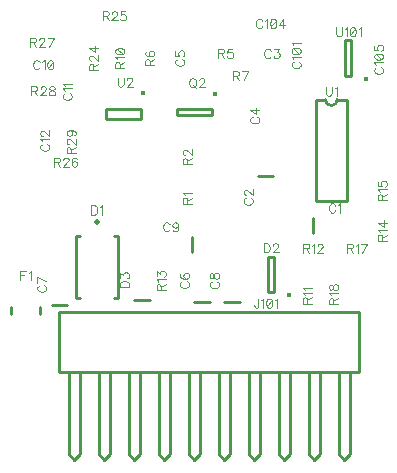
<source format=gbr>
%TF.GenerationSoftware,Novarm,DipTrace,3.0.0.2*%
%TF.CreationDate,2017-04-09T13:10:15+02:00*%
%FSLAX26Y26*%
%MOIN*%
%TF.FileFunction,Legend,Top*%
%TF.Part,Single*%
%ADD10C,0.009843*%
%ADD22C,0.019679*%
%ADD24C,0.015422*%
%ADD29C,0.015404*%
%ADD34C,0.015401*%
%ADD78C,0.004632*%
G75*
G01*
%LPD*%
X1565156Y893445D2*
D10*
Y944587D1*
X1380945Y1085375D2*
X1432087D1*
X1219587Y665156D2*
X1168445D1*
X744587Y652656D2*
X693445D1*
X1319587Y665156D2*
X1268445D1*
X1160375Y882087D2*
Y830945D1*
X902088Y676091D2*
X913898D1*
X902088Y884777D2*
X913898D1*
D22*
X844016Y932003D3*
X785944Y676091D2*
D10*
X774134D1*
X913898Y884777D2*
Y676091D1*
X785944Y884777D2*
X774134D1*
Y676091D1*
D24*
X1483725Y688167D3*
X1433583Y697368D2*
D10*
Y815472D1*
X1413898D1*
Y697368D1*
X1433583D1*
X1019587Y669135D2*
X968445D1*
X557299Y624854D2*
Y648413D1*
X655732Y624854D2*
Y648413D1*
X719004Y631516D2*
X1719055D1*
Y431518D1*
X719004D1*
Y631516D1*
X750346Y431518D2*
X750202Y156540D1*
X787725Y431518D2*
Y156540D1*
X750202D2*
X769036Y136594D1*
X787725Y156540D2*
X769036Y136594D1*
X850265Y431518D2*
Y156540D1*
X887644Y431518D2*
Y156540D1*
X850265D2*
X868954Y136594D1*
X887644Y156540D2*
X868954Y136594D1*
X950183Y431518D2*
Y156540D1*
X987707Y431518D2*
Y156540D1*
X950183D2*
X969017Y136594D1*
X987707Y156540D2*
X969017Y136594D1*
X1050246Y431518D2*
Y156540D1*
X1087769Y431518D2*
Y156540D1*
X1050246D2*
X1069080Y136594D1*
X1087769Y156540D2*
X1069080Y136594D1*
X1150309Y431518D2*
X1150165Y156540D1*
X1187688Y431518D2*
Y156540D1*
X1150165D2*
X1168998Y136594D1*
X1187688Y156540D2*
X1168998Y136594D1*
X1250371Y431518D2*
X1250227Y156540D1*
X1287751Y431518D2*
Y156540D1*
X1250227D2*
X1269061Y136594D1*
X1287751Y156540D2*
X1269061Y136594D1*
X1350146Y431518D2*
Y156540D1*
X1387670Y431518D2*
Y156540D1*
X1350146D2*
X1368980Y136594D1*
X1387670Y156540D2*
X1368980Y136594D1*
X1450209Y431518D2*
Y156540D1*
X1487732Y431518D2*
Y156540D1*
X1450209D2*
X1469042Y136594D1*
X1487732Y156540D2*
X1469042Y136594D1*
X1550271Y431518D2*
Y156540D1*
X1587651Y431518D2*
Y156540D1*
X1550271D2*
X1568961Y136594D1*
X1587651Y156540D2*
X1568961Y136594D1*
X1650190Y431518D2*
Y156540D1*
X1687714Y431518D2*
Y156540D1*
X1650190D2*
X1669024Y136594D1*
X1687714Y156540D2*
X1669024Y136594D1*
D29*
X1237365Y1358725D3*
X1228164Y1308583D2*
D10*
X1110059D1*
Y1288898D1*
X1228164D1*
Y1308583D1*
X1574127Y1338312D2*
Y999719D1*
X1676503Y1338312D2*
Y999719D1*
X1574127D2*
X1676503D1*
X1574127Y1338312D2*
X1605620D1*
X1645009D2*
X1676503D1*
X1605620D2*
G03X1645009Y1338312I19694J-12D01*
G01*
D34*
X995930Y1360641D3*
X990667Y1306576D2*
D10*
X872559D1*
X990667Y1275085D2*
X872559D1*
Y1306576D2*
Y1275085D1*
X990667Y1306576D2*
Y1275085D1*
D24*
X1741402Y1408541D3*
X1691260Y1417742D2*
D10*
Y1535846D1*
X1671575D1*
Y1417742D1*
X1691260D1*
X1638564Y985314D2*
D78*
X1637138Y988166D1*
X1634253Y991051D1*
X1631401Y992477D1*
X1625664D1*
X1622779Y991051D1*
X1619927Y988166D1*
X1618468Y985314D1*
X1617042Y981003D1*
Y973807D1*
X1618468Y969529D1*
X1619927Y966644D1*
X1622779Y963792D1*
X1625664Y962333D1*
X1631401D1*
X1634253Y963792D1*
X1637138Y966644D1*
X1638564Y969529D1*
X1647828Y986707D2*
X1650713Y988166D1*
X1655024Y992444D1*
Y962333D1*
X1340217Y1010580D2*
X1337365Y1009154D1*
X1334480Y1006269D1*
X1333054Y1003417D1*
Y997680D1*
X1334480Y994795D1*
X1337365Y991943D1*
X1340217Y990484D1*
X1344528Y989058D1*
X1351724D1*
X1356002Y990484D1*
X1358887Y991943D1*
X1361739Y994795D1*
X1363198Y997680D1*
Y1003417D1*
X1361739Y1006269D1*
X1358887Y1009154D1*
X1356002Y1010580D1*
X1340251Y1021303D2*
X1338825D1*
X1335939Y1022729D1*
X1334514Y1024155D1*
X1333088Y1027040D1*
Y1032777D1*
X1334514Y1035628D1*
X1335939Y1037054D1*
X1338825Y1038514D1*
X1341676D1*
X1344562Y1037054D1*
X1348839Y1034202D1*
X1363198Y1019843D1*
Y1039939D1*
X1423562Y1500472D2*
X1422136Y1503324D1*
X1419250Y1506209D1*
X1416399Y1507635D1*
X1410662D1*
X1407777Y1506209D1*
X1404925Y1503324D1*
X1403466Y1500472D1*
X1402040Y1496161D1*
Y1488965D1*
X1403466Y1484687D1*
X1404925Y1481802D1*
X1407777Y1478950D1*
X1410662Y1477491D1*
X1416399D1*
X1419250Y1478950D1*
X1422136Y1481802D1*
X1423562Y1484687D1*
X1435710Y1507601D2*
X1451462D1*
X1442873Y1496128D1*
X1447184D1*
X1450036Y1494702D1*
X1451462Y1493276D1*
X1452921Y1488965D1*
Y1486113D1*
X1451462Y1481802D1*
X1448610Y1478917D1*
X1444299Y1477491D1*
X1439988D1*
X1435710Y1478917D1*
X1434284Y1480376D1*
X1432825Y1483228D1*
X1362560Y1280920D2*
X1359708Y1279494D1*
X1356823Y1276608D1*
X1355397Y1273757D1*
Y1268020D1*
X1356823Y1265135D1*
X1359708Y1262283D1*
X1362560Y1260824D1*
X1366871Y1259398D1*
X1374067D1*
X1378345Y1260824D1*
X1381230Y1262283D1*
X1384082Y1265135D1*
X1385541Y1268020D1*
Y1273757D1*
X1384082Y1276608D1*
X1381230Y1279494D1*
X1378345Y1280919D1*
X1385541Y1304542D2*
X1355430D1*
X1375493Y1290183D1*
Y1311705D1*
X1112560Y1473562D2*
X1109708Y1472136D1*
X1106823Y1469251D1*
X1105397Y1466399D1*
Y1460662D1*
X1106823Y1457777D1*
X1109708Y1454925D1*
X1112560Y1453466D1*
X1116871Y1452040D1*
X1124067D1*
X1128345Y1453466D1*
X1131230Y1454925D1*
X1134082Y1457777D1*
X1135541Y1460662D1*
Y1466399D1*
X1134082Y1469251D1*
X1131230Y1472136D1*
X1128345Y1473562D1*
X1105430Y1500036D2*
Y1485710D1*
X1118330Y1484284D1*
X1116904Y1485710D1*
X1115445Y1490021D1*
Y1494299D1*
X1116904Y1498610D1*
X1119756Y1501495D1*
X1124067Y1502921D1*
X1126919D1*
X1131230Y1501495D1*
X1134115Y1498610D1*
X1135541Y1494299D1*
Y1490021D1*
X1134115Y1485710D1*
X1132656Y1484284D1*
X1129804Y1482825D1*
X1127717Y732844D2*
X1124865Y731418D1*
X1121980Y728533D1*
X1120554Y725681D1*
Y719944D1*
X1121980Y717059D1*
X1124865Y714207D1*
X1127717Y712748D1*
X1132028Y711322D1*
X1139224D1*
X1143502Y712748D1*
X1146387Y714207D1*
X1149239Y717059D1*
X1150698Y719944D1*
Y725681D1*
X1149239Y728533D1*
X1146387Y731418D1*
X1143502Y732844D1*
X1124865Y759318D2*
X1122014Y757892D1*
X1120588Y753581D1*
Y750729D1*
X1122014Y746418D1*
X1126325Y743533D1*
X1133487Y742107D1*
X1140650D1*
X1146387Y743533D1*
X1149272Y746418D1*
X1150698Y750729D1*
Y752155D1*
X1149272Y756433D1*
X1146387Y759318D1*
X1142076Y760744D1*
X1140650D1*
X1136339Y759318D1*
X1133487Y756433D1*
X1132062Y752155D1*
Y750729D1*
X1133487Y746418D1*
X1136339Y743533D1*
X1140650Y742107D1*
X652717Y719614D2*
X649865Y718188D1*
X646980Y715303D1*
X645554Y712451D1*
Y706714D1*
X646980Y703829D1*
X649865Y700977D1*
X652717Y699518D1*
X657028Y698092D1*
X664224D1*
X668502Y699518D1*
X671387Y700977D1*
X674239Y703829D1*
X675698Y706714D1*
Y712451D1*
X674239Y715303D1*
X671387Y718188D1*
X668502Y719614D1*
X675698Y734615D2*
X645588Y748974D1*
Y728878D1*
X1227717Y732131D2*
X1224865Y730705D1*
X1221980Y727820D1*
X1220554Y724968D1*
Y719231D1*
X1221980Y716346D1*
X1224865Y713494D1*
X1227717Y712035D1*
X1232028Y710609D1*
X1239224D1*
X1243502Y712035D1*
X1246387Y713494D1*
X1249239Y716346D1*
X1250698Y719231D1*
Y724968D1*
X1249239Y727820D1*
X1246387Y730705D1*
X1243502Y732131D1*
X1220588Y748557D2*
X1222014Y744279D1*
X1224865Y742820D1*
X1227751D1*
X1230602Y744279D1*
X1232062Y747131D1*
X1233487Y752868D1*
X1234913Y757179D1*
X1237798Y760031D1*
X1240650Y761457D1*
X1244961D1*
X1247813Y760031D1*
X1249272Y758605D1*
X1250698Y754294D1*
Y748557D1*
X1249272Y744279D1*
X1247813Y742820D1*
X1244961Y741394D1*
X1240650D1*
X1237799Y742820D1*
X1234913Y745705D1*
X1233487Y749983D1*
X1232062Y755720D1*
X1230602Y758605D1*
X1227750Y760031D1*
X1224865D1*
X1222014Y758605D1*
X1220588Y754294D1*
Y748557D1*
X1086293Y922814D2*
X1084867Y925666D1*
X1081982Y928551D1*
X1079130Y929977D1*
X1073393D1*
X1070508Y928551D1*
X1067656Y925666D1*
X1066197Y922814D1*
X1064771Y918503D1*
Y911307D1*
X1066197Y907029D1*
X1067656Y904144D1*
X1070508Y901292D1*
X1073393Y899833D1*
X1079130D1*
X1081982Y901292D1*
X1084867Y904144D1*
X1086293Y907029D1*
X1114226Y919929D2*
X1112767Y915618D1*
X1109915Y912733D1*
X1105604Y911307D1*
X1104178D1*
X1099867Y912733D1*
X1097016Y915618D1*
X1095556Y919929D1*
Y921355D1*
X1097016Y925666D1*
X1099867Y928518D1*
X1104178Y929944D1*
X1105604D1*
X1109915Y928518D1*
X1112767Y925666D1*
X1114226Y919929D1*
Y912733D1*
X1112767Y905570D1*
X1109915Y901259D1*
X1105604Y899833D1*
X1102753D1*
X1098441Y901259D1*
X1097016Y904144D1*
X652832Y1462972D2*
X651406Y1465824D1*
X648521Y1468709D1*
X645669Y1470135D1*
X639932D1*
X637047Y1468709D1*
X634195Y1465824D1*
X632736Y1462972D1*
X631310Y1458661D1*
Y1451465D1*
X632736Y1447187D1*
X634195Y1444302D1*
X637047Y1441450D1*
X639932Y1439991D1*
X645669D1*
X648521Y1441450D1*
X651406Y1444302D1*
X652832Y1447187D1*
X662095Y1464364D2*
X664980Y1465824D1*
X669291Y1470101D1*
Y1439991D1*
X687177Y1470101D2*
X682866Y1468676D1*
X679981Y1464364D1*
X678555Y1457202D1*
Y1452891D1*
X679981Y1445728D1*
X682866Y1441417D1*
X687177Y1439991D1*
X690029D1*
X694340Y1441417D1*
X697192Y1445728D1*
X698651Y1452891D1*
Y1457202D1*
X697192Y1464364D1*
X694340Y1468676D1*
X690029Y1470101D1*
X687177D1*
X697192Y1464364D2*
X679981Y1445728D1*
X737560Y1359282D2*
X734708Y1357856D1*
X731823Y1354971D1*
X730397Y1352119D1*
Y1346382D1*
X731823Y1343497D1*
X734708Y1340645D1*
X737560Y1339186D1*
X741871Y1337760D1*
X749067D1*
X753345Y1339186D1*
X756230Y1340645D1*
X759082Y1343497D1*
X760541Y1346382D1*
Y1352119D1*
X759082Y1354971D1*
X756230Y1357856D1*
X753345Y1359282D1*
X736167Y1368545D2*
X734708Y1371430D1*
X730430Y1375741D1*
X760541D1*
X736167Y1385005D2*
X734708Y1387890D1*
X730430Y1392201D1*
X760541D1*
X662560Y1190332D2*
X659708Y1188906D1*
X656823Y1186021D1*
X655397Y1183169D1*
Y1177432D1*
X656823Y1174547D1*
X659708Y1171695D1*
X662560Y1170236D1*
X666871Y1168810D1*
X674067D1*
X678345Y1170236D1*
X681230Y1171695D1*
X684082Y1174547D1*
X685541Y1177432D1*
Y1183169D1*
X684082Y1186021D1*
X681230Y1188906D1*
X678345Y1190332D1*
X661167Y1199595D2*
X659708Y1202480D1*
X655430Y1206791D1*
X685541D1*
X662593Y1217514D2*
X661167D1*
X658282Y1218940D1*
X656856Y1220366D1*
X655430Y1223251D1*
Y1228988D1*
X656856Y1231840D1*
X658282Y1233266D1*
X661167Y1234725D1*
X664019D1*
X666904Y1233266D1*
X671182Y1230414D1*
X685541Y1216055D1*
Y1236151D1*
X1500060Y1465173D2*
X1497208Y1463747D1*
X1494323Y1460862D1*
X1492897Y1458010D1*
Y1452273D1*
X1494323Y1449388D1*
X1497208Y1446536D1*
X1500060Y1445077D1*
X1504371Y1443651D1*
X1511567D1*
X1515845Y1445077D1*
X1518730Y1446536D1*
X1521582Y1449388D1*
X1523041Y1452273D1*
Y1458010D1*
X1521582Y1460862D1*
X1518730Y1463747D1*
X1515845Y1465173D1*
X1498667Y1474436D2*
X1497208Y1477321D1*
X1492930Y1481632D1*
X1523041D1*
X1492930Y1499518D2*
X1494356Y1495207D1*
X1498667Y1492322D1*
X1505830Y1490896D1*
X1510141D1*
X1517304Y1492322D1*
X1521615Y1495207D1*
X1523041Y1499518D1*
Y1502370D1*
X1521615Y1506681D1*
X1517304Y1509533D1*
X1510141Y1510992D1*
X1505830D1*
X1498667Y1509533D1*
X1494356Y1506681D1*
X1492930Y1502370D1*
Y1499518D1*
X1498667Y1509533D2*
X1517304Y1492322D1*
X1498667Y1520256D2*
X1497208Y1523141D1*
X1492930Y1527452D1*
X1523041D1*
X1395510Y1600472D2*
X1394084Y1603324D1*
X1391199Y1606209D1*
X1388347Y1607635D1*
X1382610D1*
X1379725Y1606209D1*
X1376873Y1603324D1*
X1375414Y1600472D1*
X1373988Y1596161D1*
Y1588965D1*
X1375414Y1584687D1*
X1376873Y1581802D1*
X1379725Y1578950D1*
X1382610Y1577491D1*
X1388347D1*
X1391199Y1578950D1*
X1394084Y1581802D1*
X1395510Y1584687D1*
X1404773Y1601864D2*
X1407658Y1603324D1*
X1411969Y1607601D1*
Y1577491D1*
X1429855Y1607601D2*
X1425544Y1606176D1*
X1422659Y1601864D1*
X1421233Y1594702D1*
Y1590391D1*
X1422659Y1583228D1*
X1425544Y1578917D1*
X1429855Y1577491D1*
X1432707D1*
X1437018Y1578917D1*
X1439870Y1583228D1*
X1441329Y1590391D1*
Y1594702D1*
X1439870Y1601864D1*
X1437018Y1606176D1*
X1432707Y1607601D1*
X1429855D1*
X1439870Y1601864D2*
X1422659Y1583228D1*
X1464952Y1577491D2*
Y1607601D1*
X1450593Y1587539D1*
X1472115D1*
X1775060Y1446223D2*
X1772208Y1444797D1*
X1769323Y1441912D1*
X1767897Y1439060D1*
Y1433323D1*
X1769323Y1430438D1*
X1772208Y1427586D1*
X1775060Y1426127D1*
X1779371Y1424701D1*
X1786567D1*
X1790845Y1426127D1*
X1793730Y1427586D1*
X1796582Y1430438D1*
X1798041Y1433323D1*
Y1439060D1*
X1796582Y1441912D1*
X1793730Y1444797D1*
X1790845Y1446223D1*
X1773667Y1455486D2*
X1772208Y1458371D1*
X1767930Y1462683D1*
X1798041Y1462682D1*
X1767930Y1480568D2*
X1769356Y1476257D1*
X1773667Y1473372D1*
X1780830Y1471946D1*
X1785141D1*
X1792304Y1473372D1*
X1796615Y1476257D1*
X1798041Y1480568D1*
Y1483420D1*
X1796615Y1487731D1*
X1792304Y1490583D1*
X1785141Y1492042D1*
X1780830D1*
X1773667Y1490583D1*
X1769356Y1487731D1*
X1767930Y1483420D1*
Y1480568D1*
X1773667Y1490583D2*
X1792304Y1473372D1*
X1767930Y1518516D2*
Y1504191D1*
X1780830Y1502765D1*
X1779404Y1504191D1*
X1777945Y1508502D1*
Y1512779D1*
X1779404Y1517091D1*
X1782256Y1519976D1*
X1786567Y1521402D1*
X1789419D1*
X1793730Y1519976D1*
X1796615Y1517091D1*
X1798041Y1512779D1*
Y1508502D1*
X1796615Y1504191D1*
X1795156Y1502765D1*
X1792304Y1501306D1*
X825738Y985784D2*
Y955640D1*
X835786D1*
X840097Y957099D1*
X842982Y959951D1*
X844408Y962836D1*
X845834Y967114D1*
Y974310D1*
X844408Y978621D1*
X842982Y981473D1*
X840097Y984358D1*
X835786Y985784D1*
X825738D1*
X855097Y980014D2*
X857983Y981473D1*
X862294Y985751D1*
Y955640D1*
X1399888Y859406D2*
Y829262D1*
X1409936D1*
X1414247Y830721D1*
X1417132Y833573D1*
X1418558Y836458D1*
X1419984Y840736D1*
Y847932D1*
X1418558Y852243D1*
X1417132Y855095D1*
X1414247Y857980D1*
X1409936Y859406D1*
X1399888D1*
X1430706Y852210D2*
Y853636D1*
X1432132Y856521D1*
X1433558Y857947D1*
X1436443Y859373D1*
X1442180D1*
X1445032Y857947D1*
X1446458Y856521D1*
X1447917Y853636D1*
Y850784D1*
X1446458Y847899D1*
X1443606Y843621D1*
X1429247Y829262D1*
X1449343D1*
X920554Y713295D2*
X950698D1*
Y723343D1*
X949239Y727654D1*
X946387Y730539D1*
X943502Y731965D1*
X939224Y733391D1*
X932028D1*
X927717Y731965D1*
X924865Y730539D1*
X921980Y727654D1*
X920554Y723343D1*
Y713295D1*
X920588Y745539D2*
Y761291D1*
X932062Y752702D1*
Y757013D1*
X933487Y759865D1*
X934913Y761291D1*
X939224Y762750D1*
X942076D1*
X946387Y761291D1*
X949272Y758439D1*
X950698Y754128D1*
Y749817D1*
X949272Y745539D1*
X947813Y744113D1*
X944961Y742654D1*
X607621Y767182D2*
X588951D1*
Y737038D1*
Y752823D2*
X600425D1*
X616884Y761412D2*
X619770Y762871D1*
X624081Y767149D1*
Y737038D1*
X1382400Y675450D2*
Y652502D1*
X1380974Y648191D1*
X1379515Y646765D1*
X1376663Y645306D1*
X1373778D1*
X1370926Y646765D1*
X1369500Y648191D1*
X1368041Y652502D1*
Y655354D1*
X1391663Y669679D2*
X1394548Y671139D1*
X1398859Y675416D1*
Y645306D1*
X1416745Y675416D2*
X1412434Y673990D1*
X1409549Y669679D1*
X1408123Y662517D1*
Y658205D1*
X1409549Y651043D1*
X1412434Y646732D1*
X1416745Y645306D1*
X1419597D1*
X1423908Y646732D1*
X1426760Y651043D1*
X1428219Y658205D1*
Y662517D1*
X1426760Y669679D1*
X1423908Y673990D1*
X1419597Y675416D1*
X1416745D1*
X1426760Y669679D2*
X1409549Y651043D1*
X1437482Y669679D2*
X1440367Y671139D1*
X1444679Y675416D1*
Y645306D1*
X1160015Y1410370D2*
X1157163Y1408977D1*
X1154278Y1406092D1*
X1152852Y1403207D1*
X1151393Y1398896D1*
Y1391733D1*
X1152852Y1387422D1*
X1154278Y1384570D1*
X1157163Y1381685D1*
X1160015Y1380259D1*
X1165752D1*
X1168637Y1381685D1*
X1171489Y1384570D1*
X1172915Y1387422D1*
X1174374Y1391733D1*
Y1398896D1*
X1172915Y1403207D1*
X1171489Y1406092D1*
X1168637Y1408977D1*
X1165752Y1410370D1*
X1160015D1*
X1164326Y1385996D2*
X1172915Y1377374D1*
X1185096Y1403173D2*
Y1404599D1*
X1186522Y1407484D1*
X1187948Y1408910D1*
X1190833Y1410336D1*
X1196570D1*
X1199422Y1408910D1*
X1200848Y1407484D1*
X1202307Y1404599D1*
Y1401747D1*
X1200848Y1398862D1*
X1197996Y1394585D1*
X1183637Y1380226D1*
X1203733D1*
X1144756Y992273D2*
Y1005173D1*
X1143297Y1009484D1*
X1141871Y1010944D1*
X1139019Y1012369D1*
X1136134D1*
X1133282Y1010944D1*
X1131823Y1009484D1*
X1130397Y1005173D1*
Y992273D1*
X1160541D1*
X1144756Y1002321D2*
X1160541Y1012369D1*
X1136167Y1021633D2*
X1134708Y1024518D1*
X1130430Y1028829D1*
X1160541D1*
X1144756Y1123324D2*
Y1136223D1*
X1143297Y1140534D1*
X1141871Y1141994D1*
X1139019Y1143420D1*
X1136134D1*
X1133282Y1141994D1*
X1131823Y1140534D1*
X1130397Y1136223D1*
Y1123324D1*
X1160541D1*
X1144756Y1133372D2*
X1160541Y1143419D1*
X1137593Y1154142D2*
X1136167D1*
X1133282Y1155568D1*
X1131856Y1156994D1*
X1130430Y1159879D1*
Y1165616D1*
X1131856Y1168468D1*
X1133282Y1169894D1*
X1136167Y1171353D1*
X1139019D1*
X1141904Y1169894D1*
X1146182Y1167042D1*
X1160541Y1152683D1*
Y1172779D1*
X1248323Y1493276D2*
X1261223D1*
X1265534Y1494735D1*
X1266993Y1496161D1*
X1268419Y1499013D1*
Y1501898D1*
X1266993Y1504750D1*
X1265534Y1506209D1*
X1261223Y1507635D1*
X1248323D1*
Y1477491D1*
X1258371Y1493276D2*
X1268419Y1477491D1*
X1294894Y1507601D2*
X1280568D1*
X1279142Y1494702D1*
X1280568Y1496128D1*
X1284879Y1497587D1*
X1289157D1*
X1293468Y1496128D1*
X1296353Y1493276D1*
X1297779Y1488965D1*
Y1486113D1*
X1296353Y1481802D1*
X1293468Y1478917D1*
X1289157Y1477491D1*
X1284879D1*
X1280568Y1478917D1*
X1279142Y1480376D1*
X1277683Y1483228D1*
X1019756Y1453482D2*
Y1466382D1*
X1018297Y1470693D1*
X1016871Y1472152D1*
X1014019Y1473578D1*
X1011134D1*
X1008282Y1472152D1*
X1006823Y1470693D1*
X1005397Y1466382D1*
Y1453482D1*
X1035541D1*
X1019756Y1463530D2*
X1035541Y1473578D1*
X1009708Y1500053D2*
X1006856Y1498627D1*
X1005430Y1494316D1*
Y1491464D1*
X1006856Y1487153D1*
X1011167Y1484268D1*
X1018330Y1482842D1*
X1025493D1*
X1031230Y1484268D1*
X1034115Y1487153D1*
X1035541Y1491464D1*
Y1492890D1*
X1034115Y1497168D1*
X1031230Y1500053D1*
X1026919Y1501479D1*
X1025493D1*
X1021182Y1500053D1*
X1018330Y1497168D1*
X1016904Y1492890D1*
Y1491464D1*
X1018330Y1487153D1*
X1021182Y1484268D1*
X1025493Y1482842D1*
X1298323Y1418276D2*
X1311223D1*
X1315534Y1419735D1*
X1316993Y1421161D1*
X1318419Y1424013D1*
Y1426898D1*
X1316993Y1429750D1*
X1315534Y1431209D1*
X1311223Y1432635D1*
X1298323D1*
Y1402491D1*
X1308371Y1418276D2*
X1318419Y1402491D1*
X1333420D2*
X1347779Y1432601D1*
X1327683D1*
X919756Y1444523D2*
Y1457423D1*
X918297Y1461734D1*
X916871Y1463193D1*
X914019Y1464619D1*
X911134D1*
X908282Y1463193D1*
X906823Y1461734D1*
X905397Y1457423D1*
Y1444523D1*
X935541D1*
X919756Y1454571D2*
X935541Y1464619D1*
X911167Y1473882D2*
X909708Y1476767D1*
X905430Y1481078D1*
X935541D1*
X905430Y1498964D2*
X906856Y1494653D1*
X911167Y1491768D1*
X918330Y1490342D1*
X922641D1*
X929804Y1491768D1*
X934115Y1494653D1*
X935541Y1498964D1*
Y1501816D1*
X934115Y1506127D1*
X929804Y1508979D1*
X922641Y1510438D1*
X918330D1*
X911167Y1508979D1*
X906856Y1506127D1*
X905430Y1501816D1*
Y1498964D1*
X911167Y1508979D2*
X929804Y1491768D1*
X1544756Y659044D2*
Y671944D1*
X1543297Y676255D1*
X1541871Y677714D1*
X1539019Y679140D1*
X1536134D1*
X1533282Y677714D1*
X1531823Y676255D1*
X1530397Y671944D1*
Y659044D1*
X1560541D1*
X1544756Y669092D2*
X1560541Y679140D1*
X1536167Y688403D2*
X1534708Y691288D1*
X1530430Y695599D1*
X1560541D1*
X1536167Y704863D2*
X1534708Y707748D1*
X1530430Y712059D1*
X1560541D1*
X1532023Y843276D2*
X1544923D1*
X1549234Y844735D1*
X1550693Y846161D1*
X1552119Y849013D1*
Y851898D1*
X1550693Y854750D1*
X1549234Y856209D1*
X1544923Y857635D1*
X1532023D1*
Y827491D1*
X1542071Y843276D2*
X1552119Y827491D1*
X1561382Y851864D2*
X1564267Y853324D1*
X1568578Y857601D1*
Y827491D1*
X1579301Y850439D2*
Y851864D1*
X1580727Y854750D1*
X1582153Y856176D1*
X1585038Y857601D1*
X1590775D1*
X1593627Y856176D1*
X1595053Y854750D1*
X1596512Y851864D1*
Y849013D1*
X1595053Y846128D1*
X1592201Y841850D1*
X1577842Y827491D1*
X1597938D1*
X1057256Y702594D2*
Y715494D1*
X1055797Y719805D1*
X1054371Y721264D1*
X1051519Y722690D1*
X1048634D1*
X1045782Y721264D1*
X1044323Y719805D1*
X1042897Y715494D1*
Y702594D1*
X1073041D1*
X1057256Y712642D2*
X1073041Y722690D1*
X1048667Y731953D2*
X1047208Y734838D1*
X1042930Y739149D1*
X1073041D1*
X1042930Y751298D2*
Y767050D1*
X1054404Y758461D1*
Y762772D1*
X1055830Y765624D1*
X1057256Y767050D1*
X1061567Y768509D1*
X1064419D1*
X1068730Y767050D1*
X1071615Y764198D1*
X1073041Y759887D1*
Y755576D1*
X1071615Y751298D1*
X1070156Y749872D1*
X1067304Y748413D1*
X1794756Y868810D2*
Y881710D1*
X1793297Y886021D1*
X1791871Y887480D1*
X1789019Y888906D1*
X1786134D1*
X1783282Y887480D1*
X1781823Y886021D1*
X1780397Y881710D1*
Y868810D1*
X1810541D1*
X1794756Y878858D2*
X1810541Y888906D1*
X1786167Y898169D2*
X1784708Y901054D1*
X1780430Y905365D1*
X1810541D1*
Y928988D2*
X1780430D1*
X1800493Y914629D1*
Y936151D1*
X1794756Y1002594D2*
Y1015494D1*
X1793297Y1019805D1*
X1791871Y1021264D1*
X1789019Y1022690D1*
X1786134D1*
X1783282Y1021264D1*
X1781823Y1019805D1*
X1780397Y1015494D1*
Y1002594D1*
X1810541D1*
X1794756Y1012642D2*
X1810541Y1022690D1*
X1786167Y1031953D2*
X1784708Y1034838D1*
X1780430Y1039149D1*
X1810541D1*
X1780430Y1065624D2*
Y1051298D1*
X1793330Y1049872D1*
X1791904Y1051298D1*
X1790445Y1055609D1*
Y1059887D1*
X1791904Y1064198D1*
X1794756Y1067083D1*
X1799067Y1068509D1*
X1801919D1*
X1806230Y1067083D1*
X1809115Y1064198D1*
X1810541Y1059887D1*
Y1055609D1*
X1809115Y1051298D1*
X1807656Y1049872D1*
X1804804Y1048413D1*
X1677594Y843276D2*
X1690493D1*
X1694805Y844735D1*
X1696264Y846161D1*
X1697690Y849013D1*
Y851898D1*
X1696264Y854750D1*
X1694805Y856209D1*
X1690493Y857635D1*
X1677594D1*
Y827491D1*
X1687642Y843276D2*
X1697690Y827491D1*
X1706953Y851864D2*
X1709838Y853324D1*
X1714149Y857601D1*
Y827491D1*
X1729150D2*
X1743509Y857601D1*
X1723413D1*
X1632256Y657039D2*
Y669939D1*
X1630797Y674250D1*
X1629371Y675709D1*
X1626519Y677135D1*
X1623634D1*
X1620782Y675709D1*
X1619323Y674250D1*
X1617897Y669939D1*
Y657039D1*
X1648041D1*
X1632256Y667087D2*
X1648041Y677135D1*
X1623667Y686399D2*
X1622208Y689284D1*
X1617930Y693595D1*
X1648041D1*
X1617930Y710021D2*
X1619356Y705744D1*
X1622208Y704284D1*
X1625093D1*
X1627945Y705744D1*
X1629404Y708596D1*
X1630830Y714332D1*
X1632256Y718643D1*
X1635141Y721495D1*
X1637993Y722921D1*
X1642304D1*
X1645156Y721495D1*
X1646615Y720069D1*
X1648041Y715758D1*
Y710021D1*
X1646615Y705744D1*
X1645156Y704284D1*
X1642304Y702859D1*
X1637993D1*
X1635141Y704284D1*
X1632256Y707170D1*
X1630830Y711447D1*
X1629404Y717184D1*
X1627945Y720069D1*
X1625093Y721495D1*
X1622208D1*
X1619356Y720069D1*
X1617930Y715758D1*
Y710021D1*
X832256Y1437360D2*
Y1450260D1*
X830797Y1454571D1*
X829371Y1456030D1*
X826519Y1457456D1*
X823634D1*
X820782Y1456030D1*
X819323Y1454571D1*
X817897Y1450260D1*
Y1437360D1*
X848041D1*
X832256Y1447408D2*
X848041Y1457456D1*
X825093Y1468179D2*
X823667D1*
X820782Y1469604D1*
X819356Y1471030D1*
X817930Y1473916D1*
Y1479652D1*
X819356Y1482504D1*
X820782Y1483930D1*
X823667Y1485389D1*
X826519D1*
X829404Y1483930D1*
X833682Y1481078D1*
X848041Y1466719D1*
Y1486815D1*
Y1510438D2*
X817930D1*
X837993Y1496079D1*
Y1517601D1*
X863073Y1618276D2*
X875973D1*
X880284Y1619735D1*
X881743Y1621161D1*
X883169Y1624013D1*
Y1626898D1*
X881743Y1629750D1*
X880284Y1631209D1*
X875973Y1632635D1*
X863073D1*
Y1602491D1*
X873121Y1618276D2*
X883169Y1602491D1*
X893891Y1625439D2*
Y1626864D1*
X895317Y1629750D1*
X896743Y1631176D1*
X899628Y1632601D1*
X905365D1*
X908217Y1631176D1*
X909643Y1629750D1*
X911102Y1626864D1*
Y1624013D1*
X909643Y1621128D1*
X906791Y1616850D1*
X892432Y1602491D1*
X912528D1*
X939003Y1632601D2*
X924677D1*
X923251Y1619702D1*
X924677Y1621128D1*
X928988Y1622587D1*
X933266D1*
X937577Y1621128D1*
X940462Y1618276D1*
X941888Y1613965D1*
Y1611113D1*
X940462Y1606802D1*
X937577Y1603917D1*
X933266Y1602491D1*
X928988D1*
X924677Y1603917D1*
X923251Y1605376D1*
X921792Y1608228D1*
X701302Y1130776D2*
X714202D1*
X718513Y1132235D1*
X719972Y1133661D1*
X721398Y1136513D1*
Y1139398D1*
X719972Y1142250D1*
X718513Y1143709D1*
X714202Y1145135D1*
X701302D1*
Y1114991D1*
X711350Y1130776D2*
X721398Y1114991D1*
X732121Y1137939D2*
Y1139364D1*
X733547Y1142250D1*
X734973Y1143676D1*
X737858Y1145101D1*
X743595D1*
X746447Y1143676D1*
X747873Y1142250D1*
X749332Y1139364D1*
Y1136513D1*
X747873Y1133628D1*
X745021Y1129350D1*
X730662Y1114991D1*
X750758D1*
X777232Y1140824D2*
X775806Y1143676D1*
X771495Y1145101D1*
X768643D1*
X764332Y1143676D1*
X761447Y1139364D1*
X760021Y1132202D1*
Y1125039D1*
X761447Y1119302D1*
X764332Y1116417D1*
X768643Y1114991D1*
X770069D1*
X774347Y1116417D1*
X777232Y1119302D1*
X778658Y1123613D1*
Y1125039D1*
X777232Y1129350D1*
X774347Y1132202D1*
X770069Y1133628D1*
X768643D1*
X764332Y1132202D1*
X761447Y1129350D1*
X760021Y1125039D1*
X621144Y1530776D2*
X634044D1*
X638355Y1532235D1*
X639814Y1533661D1*
X641240Y1536513D1*
Y1539398D1*
X639814Y1542250D1*
X638355Y1543709D1*
X634044Y1545135D1*
X621144D1*
Y1514991D1*
X631192Y1530776D2*
X641240Y1514991D1*
X651962Y1537939D2*
Y1539364D1*
X653388Y1542250D1*
X654814Y1543676D1*
X657699Y1545101D1*
X663436D1*
X666288Y1543676D1*
X667714Y1542250D1*
X669173Y1539364D1*
Y1536513D1*
X667714Y1533628D1*
X664862Y1529350D1*
X650503Y1514991D1*
X670599D1*
X685600D2*
X699959Y1545101D1*
X679863D1*
X625589Y1368276D2*
X638489D1*
X642800Y1369735D1*
X644259Y1371161D1*
X645685Y1374013D1*
Y1376898D1*
X644259Y1379750D1*
X642800Y1381209D1*
X638489Y1382635D1*
X625589D1*
Y1352491D1*
X635637Y1368276D2*
X645685Y1352491D1*
X656408Y1375439D2*
Y1376864D1*
X657834Y1379750D1*
X659260Y1381176D1*
X662145Y1382601D1*
X667882D1*
X670734Y1381176D1*
X672160Y1379750D1*
X673619Y1376864D1*
Y1374013D1*
X672160Y1371128D1*
X669308Y1366850D1*
X654949Y1352491D1*
X675045D1*
X691471Y1382601D2*
X687194Y1381176D1*
X685734Y1378324D1*
Y1375439D1*
X687194Y1372587D1*
X690045Y1371128D1*
X695782Y1369702D1*
X700093Y1368276D1*
X702945Y1365391D1*
X704371Y1362539D1*
Y1358228D1*
X702945Y1355376D1*
X701519Y1353917D1*
X697208Y1352491D1*
X691471D1*
X687194Y1353917D1*
X685734Y1355376D1*
X684308Y1358228D1*
Y1362539D1*
X685734Y1365391D1*
X688619Y1368276D1*
X692897Y1369702D1*
X698634Y1371128D1*
X701519Y1372587D1*
X702945Y1375439D1*
Y1378324D1*
X701519Y1381176D1*
X697208Y1382601D1*
X691471D1*
X757256Y1159357D2*
Y1172257D1*
X755797Y1176568D1*
X754371Y1178027D1*
X751519Y1179453D1*
X748634D1*
X745782Y1178027D1*
X744323Y1176568D1*
X742897Y1172257D1*
Y1159357D1*
X773041D1*
X757256Y1169405D2*
X773041Y1179453D1*
X750093Y1190175D2*
X748667D1*
X745782Y1191601D1*
X744356Y1193027D1*
X742930Y1195912D1*
Y1201649D1*
X744356Y1204501D1*
X745782Y1205927D1*
X748667Y1207386D1*
X751519D1*
X754404Y1205927D1*
X758682Y1203075D1*
X773041Y1188716D1*
Y1208812D1*
X752945Y1236746D2*
X757256Y1235287D1*
X760141Y1232435D1*
X761567Y1228124D1*
Y1226698D1*
X760141Y1222387D1*
X757256Y1219535D1*
X752945Y1218076D1*
X751519D1*
X747208Y1219535D1*
X744356Y1222387D1*
X742930Y1226698D1*
Y1228124D1*
X744356Y1232435D1*
X747208Y1235287D1*
X752945Y1236746D1*
X760141D1*
X767304Y1235287D1*
X771615Y1232435D1*
X773041Y1228124D1*
Y1225272D1*
X771615Y1220961D1*
X768730Y1219535D1*
X1607037Y1382246D2*
Y1360724D1*
X1608463Y1356413D1*
X1611348Y1353561D1*
X1615659Y1352102D1*
X1618511D1*
X1622822Y1353561D1*
X1625707Y1356413D1*
X1627133Y1360724D1*
Y1382246D1*
X1636397Y1376476D2*
X1639282Y1377935D1*
X1643593Y1382213D1*
Y1352102D1*
X913367Y1412272D2*
Y1390750D1*
X914793Y1386439D1*
X917678Y1383588D1*
X921989Y1382128D1*
X924841D1*
X929152Y1383588D1*
X932037Y1386439D1*
X933463Y1390750D1*
Y1412272D1*
X944185Y1405076D2*
Y1406502D1*
X945611Y1409387D1*
X947037Y1410813D1*
X949922Y1412239D1*
X955659D1*
X958511Y1410813D1*
X959937Y1409387D1*
X961396Y1406502D1*
Y1403650D1*
X959937Y1400765D1*
X957085Y1396487D1*
X942726Y1382128D1*
X962822D1*
X1641105Y1579780D2*
Y1558258D1*
X1642531Y1553947D1*
X1645416Y1551095D1*
X1649727Y1549636D1*
X1652579D1*
X1656890Y1551095D1*
X1659775Y1553947D1*
X1661201Y1558258D1*
Y1579780D1*
X1670465Y1574010D2*
X1673350Y1575469D1*
X1677661Y1579747D1*
Y1549636D1*
X1695546Y1579747D2*
X1691235Y1578321D1*
X1688350Y1574010D1*
X1686924Y1566847D1*
Y1562536D1*
X1688350Y1555373D1*
X1691235Y1551062D1*
X1695546Y1549636D1*
X1698398D1*
X1702709Y1551062D1*
X1705561Y1555373D1*
X1707020Y1562536D1*
Y1566847D1*
X1705561Y1574010D1*
X1702709Y1578321D1*
X1698398Y1579747D1*
X1695546D1*
X1705561Y1574010D2*
X1688350Y1555373D1*
X1716284Y1574010D2*
X1719169Y1575469D1*
X1723480Y1579747D1*
Y1549636D1*
M02*

</source>
